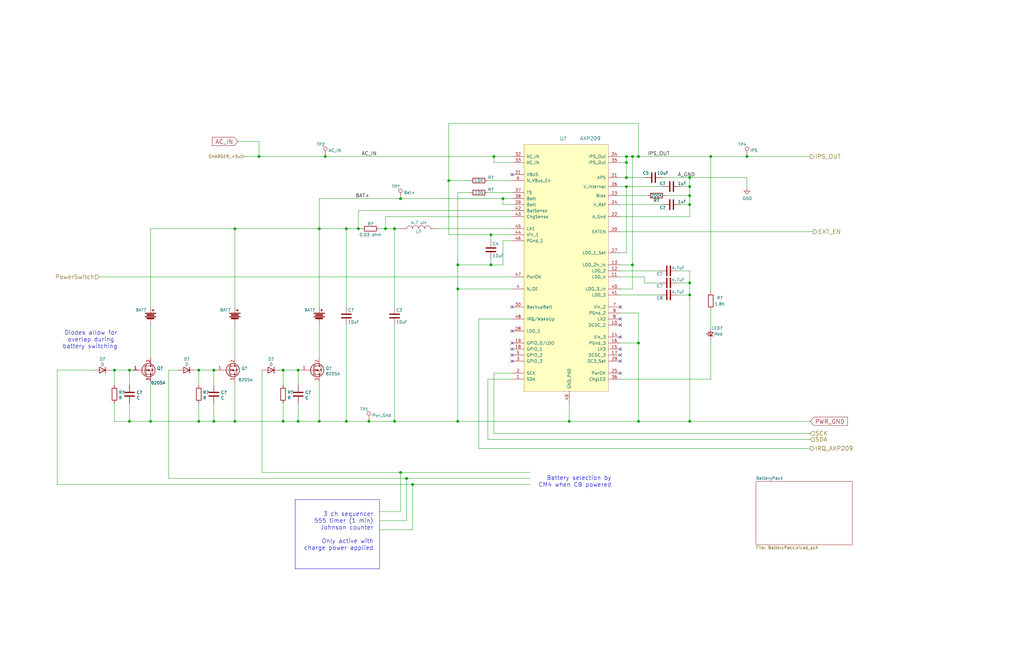
<source format=kicad_sch>
(kicad_sch (version 20210406) (generator eeschema)
  (paper "USLedger")
  (title_block (title "ConnectBox HAT using RPi CM4") (date "2021-06-13") (rev "1.2") (comment 1 "JRA"))
  (lib_symbols
    (symbol "Connector:TestPoint" (pin_numbers hide) (pin_names (offset 0.762) hide)
      (property "Reference" "TP" (at 0 6.858 0))
      (property "Value" "TestPoint" (at 0 5.08 0))
      (symbol "TestPoint_0_1"
        (circle (center 0 3.302) (radius 0.762))
      )
      (symbol "TestPoint_1_1"
        (pin passive line (at 0 0 90) (length 2.54) (name "1") (number "1"))
      )
    )
    (symbol "CustomComponents:Battery_multi_cell" (pin_numbers hide) (pin_names (offset 0))
      (property "Reference" "BT" (at 2.54 1.27 0))
      (property "Value" "Battery_multi_cell" (at 2.54 -1.27 0))
      (symbol "Battery_multi_cell_0_1"
        (rectangle (start -2.286 -0.1778) (end 2.286 -0.4318) (fill (type outline)))
        (rectangle (start -2.286 1.27) (end 2.286 1.016) (fill (type outline)))
        (rectangle (start -1.5748 -0.762) (end 1.4732 -1.27) (fill (type outline)))
        (rectangle (start -1.5748 0.6858) (end 1.4732 0.1778) (fill (type outline)))
        (polyline (pts (xy 0.508 2.413) (xy 1.524 2.413)) (stroke (width 0.254)))
        (polyline (pts (xy 1.016 2.921) (xy 1.016 1.905)) (stroke (width 0.254)))
      )
      (symbol "Battery_multi_cell_1_1"
        (pin passive line (at 0 3.81 270) (length 2.54) (name "~") (number "1"))
        (pin passive line (at 0 -3.81 90) (length 2.54) (name "~") (number "2"))
      )
    )
    (symbol "CustomComponents:INDUCTOR-1" (pin_numbers hide) (pin_names (offset 1.016) hide)
      (property "Reference" "L" (at -1.27 0 90))
      (property "Value" "INDUCTOR-1" (at 2.54 0 90))
      (symbol "INDUCTOR-1_0_1"
        (arc (start 0.0254 -5.0546) (end 0.0254 -2.54) (radius (at 0 -3.81) (length 1.27) (angles -88.9 88.9)))
        (arc (start 0.0254 -2.5146) (end 0.0254 0.0508) (radius (at 0 -1.2446) (length 1.2954) (angles -88.9 88.9)))
        (arc (start 0.0254 0.0254) (end 0.0254 2.5908) (radius (at 0 1.2954) (length 1.2954) (angles -88.9 88.9)))
        (arc (start 0.0254 2.5654) (end 0.0254 4.9784) (radius (at 0 3.7592) (length 1.2192) (angles -88.9 88.9)))
      )
      (symbol "INDUCTOR-1_1_1"
        (pin passive line (at 0 7.62 270) (length 2.54) (name "1") (number "1"))
        (pin passive line (at 0 -7.62 90) (length 2.54) (name "2") (number "2"))
      )
    )
    (symbol "Custom_1:AXP209" (pin_names (offset 1.016))
      (property "Reference" "U" (at -6.35 40.64 0))
      (property "Value" "AXP209" (at 5.08 40.64 0))
      (symbol "AXP209_0_1"
        (rectangle (start -22.86 38.1) (end 12.7 -66.04) (stroke (width 0.0254)) (fill (type background)))
      )
      (symbol "AXP209_1_1"
        (pin input line (at -27.94 -60.96 0) (length 5.08) (name "SDA") (number "1"))
        (pin input line (at 17.78 -38.1 180) (length 5.08) (name "DCDC_2") (number "10"))
        (pin input line (at 17.78 -17.78 180) (length 5.08) (name "LDO_4") (number "11"))
        (pin input line (at 17.78 -15.24 180) (length 5.08) (name "LDO_2") (number "12"))
        (pin input line (at 17.78 -12.7 180) (length 5.08) (name "LDO_24_In") (number "13"))
        (pin input line (at 17.78 -43.18 180) (length 5.08) (name "Vin_3") (number "14"))
        (pin input line (at 17.78 -48.26 180) (length 5.08) (name "LX3") (number "15"))
        (pin input line (at 17.78 -45.72 180) (length 5.08) (name "PGnd_3") (number "16"))
        (pin input line (at 17.78 -50.8 180) (length 5.08) (name "DCDC_3") (number "17"))
        (pin input line (at -27.94 -48.26 0) (length 5.08) (name "GPIO_1") (number "18"))
        (pin input line (at -27.94 -45.72 0) (length 5.08) (name "GPIO_0/LDO") (number "19"))
        (pin input line (at -27.94 -58.42 0) (length 5.08) (name "SCK") (number "2"))
        (pin output line (at 17.78 1.27 180) (length 5.08) (name "EXTEN") (number "20"))
        (pin input line (at 17.78 24.13 180) (length 5.08) (name "APS") (number "21"))
        (pin input line (at 17.78 7.62 180) (length 5.08) (name "A_Gnd") (number "22"))
        (pin input line (at 17.78 16.51 180) (length 5.08) (name "Bias") (number "23"))
        (pin input line (at 17.78 12.7 180) (length 5.08) (name "V_Ref") (number "24"))
        (pin input line (at 17.78 -58.42 180) (length 5.08) (name "PwrOK") (number "25"))
        (pin input line (at 17.78 20.32 180) (length 5.08) (name "V_Internal") (number "26"))
        (pin input line (at 17.78 -7.62 180) (length 5.08) (name "LDO_1_Set") (number "27"))
        (pin input line (at -27.94 -40.64 0) (length 5.08) (name "LDO_1") (number "28"))
        (pin input line (at 17.78 -53.34 180) (length 5.08) (name "DC3_Set") (number "29"))
        (pin input line (at -27.94 -53.34 0) (length 5.08) (name "GPIO_3") (number "3"))
        (pin input line (at -27.94 -30.48 0) (length 5.08) (name "BackupBatt") (number "30"))
        (pin input line (at -27.94 25.4 0) (length 5.08) (name "VBUS") (number "31"))
        (pin input line (at -27.94 33.02 0) (length 5.08) (name "AC_IN") (number "32"))
        (pin input line (at -27.94 30.48 0) (length 5.08) (name "AC_IN") (number "33"))
        (pin input line (at 17.78 33.02 180) (length 5.08) (name "IPS_Out") (number "34"))
        (pin input line (at 17.78 30.48 180) (length 5.08) (name "IPS_Out") (number "35"))
        (pin input line (at 17.78 -60.96 180) (length 5.08) (name "ChgLED") (number "36"))
        (pin input line (at -27.94 17.78 0) (length 5.08) (name "TS") (number "37"))
        (pin input line (at -27.94 15.24 0) (length 5.08) (name "Batt") (number "38"))
        (pin input line (at -27.94 12.7 0) (length 5.08) (name "Batt") (number "39"))
        (pin input line (at -27.94 -22.86 0) (length 5.08) (name "N_OE") (number "4"))
        (pin input line (at 17.78 -22.86 180) (length 5.08) (name "LDO_3_In") (number "40"))
        (pin input line (at 17.78 -25.4 180) (length 5.08) (name "LDO_3") (number "41"))
        (pin input line (at -27.94 10.16 0) (length 5.08) (name "BatSense") (number "42"))
        (pin input line (at -27.94 7.62 0) (length 5.08) (name "ChgSense") (number "43"))
        (pin input line (at -27.94 0 0) (length 5.08) (name "Vin_1") (number "44"))
        (pin input line (at -27.94 2.54 0) (length 5.08) (name "LX1") (number "45"))
        (pin input line (at -27.94 -2.54 0) (length 5.08) (name "PGnd_1") (number "46"))
        (pin input line (at -27.94 -17.78 0) (length 5.08) (name "PwrON") (number "47"))
        (pin input line (at -27.94 -35.56 0) (length 5.08) (name "IRQ/WakeUp") (number "48"))
        (pin input line (at -3.81 -71.12 90) (length 5.08) (name "GND_PAD") (number "49"))
        (pin input line (at -27.94 -50.8 0) (length 5.08) (name "GPIO_2") (number "5"))
        (pin input line (at -27.94 22.86 0) (length 5.08) (name "N_VBus_En") (number "6"))
        (pin input line (at 17.78 -30.48 180) (length 5.08) (name "Vin_2") (number "7"))
        (pin input line (at 17.78 -35.56 180) (length 5.08) (name "LX2") (number "8"))
        (pin input line (at 17.78 -33.02 180) (length 5.08) (name "PGnd_2") (number "9"))
      )
    )
    (symbol "Device:C" (pin_numbers hide) (pin_names (offset 0.254))
      (property "Reference" "C" (at 0.635 2.54 0))
      (property "Value" "C" (at 0.635 -2.54 0))
      (symbol "C_0_1"
        (polyline (pts (xy -2.032 -0.762) (xy 2.032 -0.762)) (stroke (width 0.508)))
        (polyline (pts (xy -2.032 0.762) (xy 2.032 0.762)) (stroke (width 0.508)))
      )
      (symbol "C_1_1"
        (pin passive line (at 0 3.81 270) (length 2.794) (name "~") (number "1"))
        (pin passive line (at 0 -3.81 90) (length 2.794) (name "~") (number "2"))
      )
    )
    (symbol "Device:D" (pin_numbers hide) (pin_names (offset 1.016) hide)
      (property "Reference" "D" (at 0 2.54 0))
      (property "Value" "D" (at 0 -2.54 0))
      (symbol "D_0_1"
        (polyline (pts (xy -1.27 1.27) (xy -1.27 -1.27)) (stroke (width 0.254)))
        (polyline (pts (xy 1.27 0) (xy -1.27 0)))
        (polyline (pts (xy 1.27 1.27) (xy 1.27 -1.27) (xy -1.27 0) (xy 1.27 1.27)) (stroke (width 0.254)))
      )
      (symbol "D_1_1"
        (pin passive line (at -3.81 0 0) (length 2.54) (name "K") (number "1"))
        (pin passive line (at 3.81 0 180) (length 2.54) (name "A") (number "2"))
      )
    )
    (symbol "Device:LED_Small" (pin_numbers hide) (pin_names (offset 0.254) hide)
      (property "Reference" "D" (at -1.27 3.175 0))
      (property "Value" "LED_Small" (at -4.445 -2.54 0))
      (symbol "LED_Small_0_1"
        (polyline (pts (xy -0.762 -1.016) (xy -0.762 1.016)) (stroke (width 0.254)))
        (polyline (pts (xy 1.016 0) (xy -0.762 0)))
        (polyline (pts (xy 0.762 -1.016) (xy -0.762 0) (xy 0.762 1.016) (xy 0.762 -1.016)) (stroke (width 0.254)))
        (polyline (pts (xy 0 0.762) (xy -0.508 1.27) (xy -0.254 1.27) (xy -0.508 1.27) (xy -0.508 1.016)))
        (polyline (pts (xy 0.508 1.27) (xy 0 1.778) (xy 0.254 1.778) (xy 0 1.778) (xy 0 1.524)))
      )
      (symbol "LED_Small_1_1"
        (pin passive line (at -2.54 0 0) (length 1.778) (name "K") (number "1"))
        (pin passive line (at 2.54 0 180) (length 1.778) (name "A") (number "2"))
      )
    )
    (symbol "Device:R" (pin_numbers hide) (pin_names (offset 0))
      (property "Reference" "R" (at 2.032 0 90))
      (property "Value" "R" (at 0 0 90))
      (symbol "R_0_1"
        (rectangle (start -1.016 -2.54) (end 1.016 2.54) (stroke (width 0.254)))
      )
      (symbol "R_1_1"
        (pin passive line (at 0 3.81 270) (length 1.27) (name "~") (number "1"))
        (pin passive line (at 0 -3.81 90) (length 1.27) (name "~") (number "2"))
      )
    )
    (symbol "Transistor_FET:BUK7880-55A" (pin_names hide)
      (property "Reference" "Q" (at 5.08 1.905 0))
      (property "Value" "BUK7880-55A" (at 5.08 0 0))
      (symbol "BUK7880-55A_0_1"
        (circle (center 1.651 0) (radius 2.794) (stroke (width 0.254)))
        (circle (center 2.54 -1.778) (radius 0.254) (fill (type outline)))
        (circle (center 2.54 1.778) (radius 0.254) (fill (type outline)))
        (polyline (pts (xy 0.254 0) (xy -2.54 0)))
        (polyline (pts (xy 0.254 1.905) (xy 0.254 -1.905)) (stroke (width 0.254)))
        (polyline (pts (xy 0.762 -1.27) (xy 0.762 -2.286)) (stroke (width 0.254)))
        (polyline (pts (xy 0.762 0.508) (xy 0.762 -0.508)) (stroke (width 0.254)))
        (polyline (pts (xy 0.762 2.286) (xy 0.762 1.27)) (stroke (width 0.254)))
        (polyline (pts (xy 2.54 2.54) (xy 2.54 1.778)))
        (polyline (pts (xy 2.54 -2.54) (xy 2.54 0) (xy 0.762 0)))
        (polyline (pts (xy 0.762 -1.778) (xy 3.302 -1.778) (xy 3.302 1.778) (xy 0.762 1.778)))
        (polyline (pts (xy 2.794 0.508) (xy 2.921 0.381) (xy 3.683 0.381) (xy 3.81 0.254)))
        (polyline (pts (xy 3.302 0.381) (xy 2.921 -0.254) (xy 3.683 -0.254) (xy 3.302 0.381)))
        (polyline (pts (xy 1.016 0) (xy 2.032 0.381) (xy 2.032 -0.381) (xy 1.016 0)) (fill (type outline)))
      )
      (symbol "BUK7880-55A_1_1"
        (pin input line (at -5.08 0 0) (length 2.54) (name "G") (number "1"))
        (pin passive line (at 2.54 5.08 270) (length 2.54) (name "D") (number "2"))
        (pin passive line (at 2.54 -5.08 90) (length 2.54) (name "S") (number "3"))
      )
    )
    (symbol "power:GND" (power) (pin_names (offset 0))
      (property "Value" "GND" (at 0 -3.81 0))
      (symbol "GND_0_1"
        (polyline (pts (xy 0 0) (xy 0 -1.27) (xy 1.27 -1.27) (xy 0 -2.54) (xy -1.27 -1.27) (xy 0 -1.27)))
      )
      (symbol "GND_1_1"
        (pin power_in line (at 0 0 270) (length 0) hide (name "GND") (number "1"))
      )
    )
  )
  (junction (at 48.26 156.21) (diameter 1.016))
  (junction (at 54.61 156.21) (diameter 1.016))
  (junction (at 54.61 177.8) (diameter 1.016))
  (junction (at 63.5 177.8) (diameter 1.016))
  (junction (at 83.82 156.21) (diameter 1.016))
  (junction (at 83.82 177.8) (diameter 1.016))
  (junction (at 90.17 156.21) (diameter 1.016))
  (junction (at 90.17 177.8) (diameter 1.016))
  (junction (at 99.06 96.52) (diameter 1.016))
  (junction (at 99.06 177.8) (diameter 1.016))
  (junction (at 109.22 66.04) (diameter 1.016))
  (junction (at 119.38 156.21) (diameter 1.016))
  (junction (at 119.38 177.8) (diameter 1.016))
  (junction (at 125.73 156.21) (diameter 1.016))
  (junction (at 125.73 177.8) (diameter 1.016))
  (junction (at 134.62 96.52) (diameter 1.016))
  (junction (at 134.62 177.8) (diameter 1.016))
  (junction (at 137.16 66.04) (diameter 1.016))
  (junction (at 146.05 96.52) (diameter 1.016))
  (junction (at 146.05 177.8) (diameter 1.016))
  (junction (at 151.13 96.52) (diameter 1.016))
  (junction (at 155.575 177.8) (diameter 1.016))
  (junction (at 162.56 96.52) (diameter 1.016))
  (junction (at 166.37 96.52) (diameter 1.016))
  (junction (at 166.37 177.8) (diameter 1.016))
  (junction (at 168.91 83.82) (diameter 1.016))
  (junction (at 168.91 199.39) (diameter 1.016))
  (junction (at 171.45 201.93) (diameter 1.016))
  (junction (at 173.99 204.47) (diameter 1.016))
  (junction (at 189.23 76.2) (diameter 1.016))
  (junction (at 193.04 111.76) (diameter 1.016))
  (junction (at 193.04 121.92) (diameter 1.016))
  (junction (at 193.04 177.8) (diameter 1.016))
  (junction (at 207.01 99.06) (diameter 1.016))
  (junction (at 207.01 111.76) (diameter 1.016))
  (junction (at 208.28 66.04) (diameter 1.016))
  (junction (at 212.09 83.82) (diameter 1.016))
  (junction (at 240.03 177.8) (diameter 1.016))
  (junction (at 264.16 66.04) (diameter 1.016))
  (junction (at 264.16 68.58) (diameter 1.016))
  (junction (at 264.16 74.93) (diameter 1.016))
  (junction (at 264.16 78.74) (diameter 1.016))
  (junction (at 266.7 66.04) (diameter 1.016))
  (junction (at 266.7 111.76) (diameter 1.016))
  (junction (at 269.24 66.04) (diameter 1.016))
  (junction (at 269.24 144.78) (diameter 1.016))
  (junction (at 269.24 177.8) (diameter 1.016))
  (junction (at 290.83 74.93) (diameter 1.016))
  (junction (at 290.83 78.74) (diameter 1.016))
  (junction (at 290.83 82.55) (diameter 1.016))
  (junction (at 290.83 86.36) (diameter 1.016))
  (junction (at 290.83 119.38) (diameter 1.016))
  (junction (at 290.83 124.46) (diameter 1.016))
  (junction (at 290.83 177.8) (diameter 1.016))
  (junction (at 299.72 66.04) (diameter 1.016))
  (junction (at 314.96 66.04) (diameter 1.016))
  (no_connect (at 215.9 73.66))
  (no_connect (at 215.9 129.54))
  (no_connect (at 215.9 139.7))
  (no_connect (at 215.9 144.78))
  (no_connect (at 215.9 147.32))
  (no_connect (at 215.9 149.86))
  (no_connect (at 215.9 152.4))
  (no_connect (at 261.62 129.54))
  (no_connect (at 261.62 134.62))
  (no_connect (at 261.62 137.16))
  (no_connect (at 261.62 142.24))
  (no_connect (at 261.62 147.32))
  (no_connect (at 261.62 149.86))
  (no_connect (at 261.62 152.4))
  (no_connect (at 261.62 157.48))
  (wire (pts (xy 24.13 156.21) (xy 24.13 204.47)))
  (wire (pts (xy 24.13 204.47) (xy 173.99 204.47)))
  (wire (pts (xy 39.37 156.21) (xy 24.13 156.21)))
  (wire (pts (xy 46.99 156.21) (xy 48.26 156.21)))
  (wire (pts (xy 48.26 156.21) (xy 48.26 162.56)))
  (wire (pts (xy 48.26 170.18) (xy 48.26 177.8)))
  (wire (pts (xy 48.26 177.8) (xy 54.61 177.8)))
  (wire (pts (xy 54.61 156.21) (xy 48.26 156.21)))
  (wire (pts (xy 54.61 156.21) (xy 54.61 162.56)))
  (wire (pts (xy 54.61 170.18) (xy 54.61 177.8)))
  (wire (pts (xy 54.61 177.8) (xy 63.5 177.8)))
  (wire (pts (xy 55.88 156.21) (xy 54.61 156.21)))
  (wire (pts (xy 63.5 96.52) (xy 63.5 129.54)))
  (wire (pts (xy 63.5 137.16) (xy 63.5 151.13)))
  (wire (pts (xy 63.5 161.29) (xy 63.5 177.8)))
  (wire (pts (xy 63.5 177.8) (xy 83.82 177.8)))
  (wire (pts (xy 71.12 156.21) (xy 71.12 201.93)))
  (wire (pts (xy 71.12 201.93) (xy 171.45 201.93)))
  (wire (pts (xy 74.93 156.21) (xy 71.12 156.21)))
  (wire (pts (xy 82.55 156.21) (xy 83.82 156.21)))
  (wire (pts (xy 83.82 156.21) (xy 83.82 162.56)))
  (wire (pts (xy 83.82 170.18) (xy 83.82 177.8)))
  (wire (pts (xy 83.82 177.8) (xy 90.17 177.8)))
  (wire (pts (xy 90.17 156.21) (xy 83.82 156.21)))
  (wire (pts (xy 90.17 156.21) (xy 90.17 162.56)))
  (wire (pts (xy 90.17 170.18) (xy 90.17 177.8)))
  (wire (pts (xy 90.17 177.8) (xy 99.06 177.8)))
  (wire (pts (xy 91.44 156.21) (xy 90.17 156.21)))
  (wire (pts (xy 99.06 96.52) (xy 63.5 96.52)))
  (wire (pts (xy 99.06 96.52) (xy 99.06 129.54)))
  (wire (pts (xy 99.06 137.16) (xy 99.06 151.13)))
  (wire (pts (xy 99.06 161.29) (xy 99.06 177.8)))
  (wire (pts (xy 99.06 177.8) (xy 119.38 177.8)))
  (wire (pts (xy 100.33 59.69) (xy 109.22 59.69)))
  (wire (pts (xy 102.87 66.04) (xy 109.22 66.04)))
  (wire (pts (xy 109.22 59.69) (xy 109.22 66.04)))
  (wire (pts (xy 109.22 66.04) (xy 137.16 66.04)))
  (wire (pts (xy 110.49 156.21) (xy 110.49 199.39)))
  (wire (pts (xy 110.49 199.39) (xy 168.91 199.39)))
  (wire (pts (xy 118.11 156.21) (xy 119.38 156.21)))
  (wire (pts (xy 119.38 156.21) (xy 119.38 162.56)))
  (wire (pts (xy 119.38 170.18) (xy 119.38 177.8)))
  (wire (pts (xy 119.38 177.8) (xy 125.73 177.8)))
  (wire (pts (xy 125.73 156.21) (xy 119.38 156.21)))
  (wire (pts (xy 125.73 156.21) (xy 125.73 162.56)))
  (wire (pts (xy 125.73 170.18) (xy 125.73 177.8)))
  (wire (pts (xy 125.73 177.8) (xy 134.62 177.8)))
  (wire (pts (xy 127 156.21) (xy 125.73 156.21)))
  (wire (pts (xy 134.62 83.82) (xy 134.62 96.52)))
  (wire (pts (xy 134.62 83.82) (xy 168.91 83.82)))
  (wire (pts (xy 134.62 96.52) (xy 99.06 96.52)))
  (wire (pts (xy 134.62 96.52) (xy 134.62 129.54)))
  (wire (pts (xy 134.62 96.52) (xy 146.05 96.52)))
  (wire (pts (xy 134.62 137.16) (xy 134.62 151.13)))
  (wire (pts (xy 134.62 161.29) (xy 134.62 177.8)))
  (wire (pts (xy 137.16 66.04) (xy 208.28 66.04)))
  (wire (pts (xy 146.05 96.52) (xy 151.13 96.52)))
  (wire (pts (xy 146.05 129.54) (xy 146.05 96.52)))
  (wire (pts (xy 146.05 137.16) (xy 146.05 177.8)))
  (wire (pts (xy 146.05 177.8) (xy 134.62 177.8)))
  (wire (pts (xy 151.13 88.9) (xy 215.9 88.9)))
  (wire (pts (xy 151.13 96.52) (xy 151.13 88.9)))
  (wire (pts (xy 151.13 96.52) (xy 152.4 96.52)))
  (wire (pts (xy 155.575 177.8) (xy 146.05 177.8)))
  (wire (pts (xy 160.02 96.52) (xy 162.56 96.52)))
  (wire (pts (xy 160.02 215.9) (xy 168.91 215.9)))
  (wire (pts (xy 160.02 219.71) (xy 171.45 219.71)))
  (wire (pts (xy 160.02 223.52) (xy 173.99 223.52)))
  (wire (pts (xy 162.56 91.44) (xy 162.56 96.52)))
  (wire (pts (xy 162.56 96.52) (xy 166.37 96.52)))
  (wire (pts (xy 166.37 96.52) (xy 166.37 129.54)))
  (wire (pts (xy 166.37 96.52) (xy 168.91 96.52)))
  (wire (pts (xy 166.37 177.8) (xy 155.575 177.8)))
  (wire (pts (xy 166.37 177.8) (xy 166.37 137.16)))
  (wire (pts (xy 166.37 177.8) (xy 193.04 177.8)))
  (wire (pts (xy 168.91 83.82) (xy 212.09 83.82)))
  (wire (pts (xy 168.91 199.39) (xy 223.52 199.39)))
  (wire (pts (xy 168.91 215.9) (xy 168.91 199.39)))
  (wire (pts (xy 171.45 201.93) (xy 223.52 201.93)))
  (wire (pts (xy 171.45 219.71) (xy 171.45 201.93)))
  (wire (pts (xy 173.99 204.47) (xy 223.52 204.47)))
  (wire (pts (xy 173.99 223.52) (xy 173.99 204.47)))
  (wire (pts (xy 184.15 96.52) (xy 215.9 96.52)))
  (wire (pts (xy 189.23 52.07) (xy 189.23 76.2)))
  (wire (pts (xy 189.23 52.07) (xy 269.24 52.07)))
  (wire (pts (xy 189.23 76.2) (xy 189.23 99.06)))
  (wire (pts (xy 189.23 99.06) (xy 207.01 99.06)))
  (wire (pts (xy 193.04 81.28) (xy 193.04 111.76)))
  (wire (pts (xy 193.04 111.76) (xy 193.04 121.92)))
  (wire (pts (xy 193.04 121.92) (xy 193.04 177.8)))
  (wire (pts (xy 193.04 121.92) (xy 215.9 121.92)))
  (wire (pts (xy 193.04 177.8) (xy 240.03 177.8)))
  (wire (pts (xy 198.12 76.2) (xy 189.23 76.2)))
  (wire (pts (xy 198.12 81.28) (xy 193.04 81.28)))
  (wire (pts (xy 201.93 134.62) (xy 201.93 189.23)))
  (wire (pts (xy 205.74 76.2) (xy 215.9 76.2)))
  (wire (pts (xy 205.74 81.28) (xy 215.9 81.28)))
  (wire (pts (xy 205.74 160.02) (xy 215.9 160.02)))
  (wire (pts (xy 205.74 185.42) (xy 205.74 160.02)))
  (wire (pts (xy 207.01 99.06) (xy 215.9 99.06)))
  (wire (pts (xy 207.01 101.6) (xy 207.01 99.06)))
  (wire (pts (xy 207.01 111.76) (xy 193.04 111.76)))
  (wire (pts (xy 207.01 111.76) (xy 207.01 109.22)))
  (wire (pts (xy 208.28 66.04) (xy 215.9 66.04)))
  (wire (pts (xy 208.28 68.58) (xy 208.28 66.04)))
  (wire (pts (xy 208.28 157.48) (xy 208.28 182.88)))
  (wire (pts (xy 208.28 182.88) (xy 341.63 182.88)))
  (wire (pts (xy 212.09 83.82) (xy 212.09 86.36)))
  (wire (pts (xy 212.09 83.82) (xy 215.9 83.82)))
  (wire (pts (xy 212.09 86.36) (xy 215.9 86.36)))
  (wire (pts (xy 212.09 101.6) (xy 212.09 111.76)))
  (wire (pts (xy 212.09 111.76) (xy 207.01 111.76)))
  (wire (pts (xy 215.9 68.58) (xy 208.28 68.58)))
  (wire (pts (xy 215.9 91.44) (xy 162.56 91.44)))
  (wire (pts (xy 215.9 101.6) (xy 212.09 101.6)))
  (wire (pts (xy 215.9 116.84) (xy 41.91 116.84)))
  (wire (pts (xy 215.9 134.62) (xy 201.93 134.62)))
  (wire (pts (xy 215.9 157.48) (xy 208.28 157.48)))
  (wire (pts (xy 240.03 177.8) (xy 240.03 170.18)))
  (wire (pts (xy 261.62 68.58) (xy 264.16 68.58)))
  (wire (pts (xy 261.62 74.93) (xy 264.16 74.93)))
  (wire (pts (xy 261.62 78.74) (xy 264.16 78.74)))
  (wire (pts (xy 261.62 82.55) (xy 273.05 82.55)))
  (wire (pts (xy 261.62 91.44) (xy 290.83 91.44)))
  (wire (pts (xy 261.62 97.79) (xy 342.9 97.79)))
  (wire (pts (xy 261.62 106.68) (xy 264.16 106.68)))
  (wire (pts (xy 261.62 111.76) (xy 266.7 111.76)))
  (wire (pts (xy 261.62 114.3) (xy 278.13 114.3)))
  (wire (pts (xy 261.62 116.84) (xy 271.78 116.84)))
  (wire (pts (xy 261.62 124.46) (xy 278.13 124.46)))
  (wire (pts (xy 261.62 132.08) (xy 269.24 132.08)))
  (wire (pts (xy 261.62 144.78) (xy 269.24 144.78)))
  (wire (pts (xy 261.62 160.02) (xy 299.72 160.02)))
  (wire (pts (xy 264.16 66.04) (xy 261.62 66.04)))
  (wire (pts (xy 264.16 66.04) (xy 264.16 68.58)))
  (wire (pts (xy 264.16 68.58) (xy 264.16 74.93)))
  (wire (pts (xy 264.16 74.93) (xy 271.78 74.93)))
  (wire (pts (xy 264.16 78.74) (xy 279.4 78.74)))
  (wire (pts (xy 264.16 106.68) (xy 264.16 78.74)))
  (wire (pts (xy 266.7 66.04) (xy 264.16 66.04)))
  (wire (pts (xy 266.7 66.04) (xy 266.7 111.76)))
  (wire (pts (xy 266.7 111.76) (xy 266.7 121.92)))
  (wire (pts (xy 266.7 121.92) (xy 261.62 121.92)))
  (wire (pts (xy 269.24 52.07) (xy 269.24 66.04)))
  (wire (pts (xy 269.24 66.04) (xy 266.7 66.04)))
  (wire (pts (xy 269.24 66.04) (xy 299.72 66.04)))
  (wire (pts (xy 269.24 132.08) (xy 269.24 144.78)))
  (wire (pts (xy 269.24 144.78) (xy 269.24 177.8)))
  (wire (pts (xy 269.24 177.8) (xy 240.03 177.8)))
  (wire (pts (xy 269.24 177.8) (xy 290.83 177.8)))
  (wire (pts (xy 271.78 116.84) (xy 271.78 119.38)))
  (wire (pts (xy 271.78 119.38) (xy 278.13 119.38)))
  (wire (pts (xy 279.4 74.93) (xy 290.83 74.93)))
  (wire (pts (xy 279.4 86.36) (xy 261.62 86.36)))
  (wire (pts (xy 285.75 114.3) (xy 290.83 114.3)))
  (wire (pts (xy 285.75 119.38) (xy 290.83 119.38)))
  (wire (pts (xy 285.75 124.46) (xy 290.83 124.46)))
  (wire (pts (xy 290.83 74.93) (xy 290.83 78.74)))
  (wire (pts (xy 290.83 74.93) (xy 314.96 74.93)))
  (wire (pts (xy 290.83 78.74) (xy 287.02 78.74)))
  (wire (pts (xy 290.83 78.74) (xy 290.83 82.55)))
  (wire (pts (xy 290.83 82.55) (xy 280.67 82.55)))
  (wire (pts (xy 290.83 82.55) (xy 290.83 86.36)))
  (wire (pts (xy 290.83 86.36) (xy 287.02 86.36)))
  (wire (pts (xy 290.83 86.36) (xy 290.83 91.44)))
  (wire (pts (xy 290.83 114.3) (xy 290.83 119.38)))
  (wire (pts (xy 290.83 119.38) (xy 290.83 124.46)))
  (wire (pts (xy 290.83 124.46) (xy 290.83 177.8)))
  (wire (pts (xy 290.83 177.8) (xy 341.63 177.8)))
  (wire (pts (xy 299.72 66.04) (xy 299.72 123.19)))
  (wire (pts (xy 299.72 66.04) (xy 314.96 66.04)))
  (wire (pts (xy 299.72 130.81) (xy 299.72 138.43)))
  (wire (pts (xy 299.72 143.51) (xy 299.72 160.02)))
  (wire (pts (xy 314.96 66.04) (xy 341.63 66.04)))
  (wire (pts (xy 314.96 74.93) (xy 314.96 79.375)))
  (wire (pts (xy 341.63 185.42) (xy 205.74 185.42)))
  (wire (pts (xy 341.63 189.23) (xy 201.93 189.23)))
  (polyline (pts (xy 124.46 210.82) (xy 149.86 210.82)) (stroke (width 0.1524) (type solid)))
  (polyline (pts (xy 124.46 240.03) (xy 124.46 210.82)) (stroke (width 0.1524) (type solid)))
  (polyline (pts (xy 149.86 210.82) (xy 160.02 210.82)) (stroke (width 0.1524) (type solid)))
  (polyline (pts (xy 160.02 210.82) (xy 160.02 240.03)) (stroke (width 0.1524) (type solid)))
  (polyline (pts (xy 160.02 240.03) (xy 124.46 240.03)) (stroke (width 0.1524) (type solid)))
  (text "Diodes allow for\noverlap during \nbattery switching" (at 49.53 147.32 0) (effects (font (size 1.778 1.778)) (justify right bottom)))
  (text "3 ch sequencer\n555 timer (1 min)\nJohnson counter\n\nOnly active with\ncharge power applied" (at 157.48 232.41 0) (effects (font (size 1.778 1.778)) (justify right bottom)))
  (text "Battery selection by\nCM4 when CB powered" (at 257.81 205.74 180) (effects (font (size 1.778 1.778)) (justify right bottom)))
  (label "BAT+" (at 149.86 83.82 0) (effects (font (size 1.524 1.524))))
  (label "AC_IN" (at 152.4 66.04 0) (effects (font (size 1.524 1.524))))
  (label "IPS_OUT" (at 273.05 66.04 0) (effects (font (size 1.524 1.524))))
  (label "A_GND" (at 285.75 74.93 0) (effects (font (size 1.524 1.524))))
  (global_label "AC_IN" (shape input) (at 100.33 59.69 180) (effects (font (size 1.778 1.778))) (property "Intersheet References" "${INTERSHEET_REFS}" (effects hide)))
  (global_label "PWR_GND" (shape input) (at 341.63 177.8 0) (effects (font (size 1.778 1.778))) (property "Intersheet References" "${INTERSHEET_REFS}" (effects hide)))
  (hierarchical_label "PowerSwitch" (shape input) (at 41.91 116.84 180) (effects (font (size 1.778 1.778))))
  (hierarchical_label "CHARGER_+5v" (shape input) (at 102.87 66.04 180))
  (hierarchical_label "IPS_OUT" (shape output) (at 341.63 66.04 0) (effects (font (size 1.778 1.778))))
  (hierarchical_label "SCK" (shape input) (at 341.63 182.88 0) (effects (font (size 1.778 1.778))))
  (hierarchical_label "SDA" (shape input) (at 341.63 185.42 0) (effects (font (size 1.778 1.778))))
  (hierarchical_label "IRQ_AXP209" (shape output) (at 341.63 189.23 0) (effects (font (size 1.778 1.778))))
  (hierarchical_label "EXT_EN" (shape output) (at 342.9 97.79 0) (effects (font (size 1.778 1.778))))
  (symbol (lib_id "Connector:TestPoint") (at 137.16 66.04 0) (unit 1)
    (property "Reference" "TP2" (at 133.35 60.96 0) (effects (justify left)))
    (property "Value" "AC_IN" (at 138.43 63.5 0) (effects (justify left)))
    (property "Footprint" "TestPoint:TestPoint_THTPad_D1.5mm_Drill0.7mm" (effects hide))
  )
  (symbol (lib_id "Connector:TestPoint") (at 155.575 177.8 0) (unit 1)
    (property "Reference" "TP1" (at 151.765 172.72 0) (effects (justify left)))
    (property "Value" "Pwr_Gnd" (at 156.845 175.26 0) (effects (justify left)))
    (property "Footprint" "TestPoint:TestPoint_THTPad_D1.5mm_Drill0.7mm" (effects hide))
  )
  (symbol (lib_id "Connector:TestPoint") (at 168.91 83.82 0) (unit 1)
    (property "Reference" "TP?" (at 165.1 78.74 0) (effects (justify left)))
    (property "Value" "Bat+" (at 170.18 81.28 0) (effects (justify left)))
    (property "Footprint" "TestPoint:TestPoint_THTPad_D1.5mm_Drill0.7mm" (effects hide))
  )
  (symbol (lib_id "Connector:TestPoint") (at 314.96 66.04 0) (unit 1)
    (property "Reference" "TP4" (at 311.15 60.96 0) (effects (justify left)))
    (property "Value" "IPS" (at 316.23 63.5 0) (effects (justify left)))
    (property "Footprint" "TestPoint:TestPoint_THTPad_D1.5mm_Drill0.7mm" (effects hide))
  )
  (symbol (lib_id "power:GND") (at 314.96 79.375 0) (unit 1)
    (property "Reference" "#PWR0101" (effects hide))
    (property "Value" "GND" (at 315.087 83.7692 0))
  )
  (symbol (lib_id "Device:LED_Small") (at 299.72 140.97 90) (unit 1)
    (property "Reference" "LED?" (at 304.8 138.43 90) (effects (justify left)))
    (property "Value" "Red" (at 304.8 140.97 90) (effects (justify left)))
    (property "Footprint" "LED_SMD:LED_0603_1608Metric" (effects hide))
    (property "Manufacturer" "Lite-On Inc." (effects hide))
    (property "Manufacturer P/N" "LTST-C191KRKT" (effects hide))
    (property "Description" "LED RED CLEAR 0603 SMD" (effects hide))
    (property "DigiKey P/N" "160-1447-1-ND" (effects hide))
    (property "Type" "SMD" (effects hide))
  )
  (symbol (lib_id "Device:R") (at 48.26 166.37 0) (unit 1)
    (property "Reference" "R?" (at 50.0381 165.6091 0) (effects (justify left)))
    (property "Value" "R" (at 50.0381 167.9078 0) (effects (justify left)))
  )
  (symbol (lib_id "Device:R") (at 83.82 166.37 0) (unit 1)
    (property "Reference" "R?" (at 85.5981 165.6091 0) (effects (justify left)))
    (property "Value" "R" (at 85.5981 167.9078 0) (effects (justify left)))
  )
  (symbol (lib_id "Device:R") (at 119.38 166.37 0) (unit 1)
    (property "Reference" "R?" (at 121.1581 165.6091 0) (effects (justify left)))
    (property "Value" "R" (at 121.1581 167.9078 0) (effects (justify left)))
  )
  (symbol (lib_id "Device:R") (at 156.21 96.52 90) (unit 1)
    (property "Reference" "R?" (at 156.21 94.488 90))
    (property "Value" "0.03 ohm" (at 156.21 99.06 90))
    (property "Footprint" "Resistor_SMD:R_0805_2012Metric" (effects hide))
    (property "Manufacturer" "Panasonic Electronic Components" (effects hide))
    (property "Manufacturer P/N" "ERJ-6CWFR030V" (effects hide))
    (property "Description" "RES 0.03 OHM 1% 1/2W 0805" (effects hide))
    (property "DigiKey P/N" "P19207CT-ND" (effects hide))
    (property "Type" "SMD" (effects hide))
  )
  (symbol (lib_id "Device:R") (at 201.93 76.2 270) (unit 1)
    (property "Reference" "R?" (at 207.01 74.93 90))
    (property "Value" "10K" (at 201.93 76.2 90))
    (property "Footprint" "Resistor_SMD:R_0603_1608Metric" (effects hide))
    (property "Manufacturer" "Yageo" (effects hide))
    (property "Manufacturer P/N" "RC0603FR-0710KL" (effects hide))
    (property "Description" "RES SMD 10K OHM 1% 1/8W 0603" (effects hide))
    (property "DigiKey P/N" "311-10.0KHRCT-ND" (effects hide))
    (property "Type" "SMD" (effects hide))
  )
  (symbol (lib_id "Device:R") (at 201.93 81.28 270) (unit 1)
    (property "Reference" "R?" (at 207.01 80.01 90))
    (property "Value" "100" (at 201.93 81.28 90))
    (property "Footprint" "Resistor_SMD:R_0603_1608Metric" (effects hide))
    (property "Manufacturer" "Yageo" (effects hide))
    (property "Manufacturer P/N" "RC06-3FR-07100RL" (effects hide))
    (property "Description" "RES SMD 100 OHM 1% 1/8W 0603" (effects hide))
    (property "DigiKey P/N" "311-100HRCT-ND" (effects hide))
    (property "Type" "SMD" (effects hide))
  )
  (symbol (lib_id "Device:R") (at 276.86 82.55 270) (unit 1)
    (property "Reference" "R?" (at 276.86 84.582 90))
    (property "Value" "200K" (at 276.86 82.55 90))
    (property "Footprint" "Resistor_SMD:R_0603_1608Metric" (effects hide))
    (property "Manufacturer" "Yageo" (effects hide))
    (property "Manufacturer P/N" "RC0603FR-07200KL" (effects hide))
    (property "Description" "RES SMD 200K OHM 1% 1/8W 0603" (effects hide))
    (property "DigiKey P/N" "311-200KHRCT-ND" (effects hide))
    (property "Type" "SMD" (effects hide))
  )
  (symbol (lib_id "Device:R") (at 299.72 127 0) (unit 1)
    (property "Reference" "R?" (at 303.53 125.73 0))
    (property "Value" "1.8K" (at 303.53 128.27 0))
    (property "Footprint" "Resistor_SMD:R_0603_1608Metric" (effects hide))
    (property "Manufacturer" "Yageo" (effects hide))
    (property "Manufacturer P/N" "RC0603FR-071K8L" (effects hide))
    (property "Description" "RES SMD 1.8K OHM 1% 1/8W 0603" (effects hide))
    (property "DigiKey P/N" "311-1.80KHRCT-ND" (effects hide))
    (property "Type" "SMD" (effects hide))
  )
  (symbol (lib_id "Device:D") (at 43.18 156.21 180) (unit 1)
    (property "Reference" "D?" (at 43.18 151.5068 0))
    (property "Value" "D" (at 43.18 153.8055 0))
  )
  (symbol (lib_id "Device:D") (at 78.74 156.21 180) (unit 1)
    (property "Reference" "D?" (at 78.74 151.5068 0))
    (property "Value" "D" (at 78.74 153.8055 0))
  )
  (symbol (lib_id "Device:D") (at 114.3 156.21 180) (unit 1)
    (property "Reference" "D?" (at 114.3 151.5068 0))
    (property "Value" "D" (at 114.3 153.8055 0))
  )
  (symbol (lib_id "CustomComponents:INDUCTOR-1") (at 176.53 96.52 90) (unit 1)
    (property "Reference" "L?" (at 176.53 97.79 90))
    (property "Value" "4.7 uH" (at 176.53 93.98 90))
    (property "Footprint" "CustomComponents:INDUCTOR_SMD_6x6-1" (effects hide))
    (property "Manufacturer" "Taiyo Yuden" (effects hide))
    (property "Manufacturer P/N" "NR6028T4R7M" (effects hide))
    (property "Description" "FIXED IND 4.7UH 3A 40.3 MOHM SMD" (effects hide))
    (property "DigiKey P/N" "587-2100-1-ND" (effects hide))
    (property "Type" "SMD" (effects hide))
  )
  (symbol (lib_id "Device:C") (at 54.61 166.37 0) (unit 1)
    (property "Reference" "C?" (at 57.5311 165.6091 0) (effects (justify left)))
    (property "Value" "C" (at 57.5311 167.9078 0) (effects (justify left)))
  )
  (symbol (lib_id "CustomComponents:Battery_multi_cell") (at 63.5 133.35 0) (unit 1)
    (property "Reference" "BAT?" (at 57.15 130.81 0) (effects (justify left)))
    (property "Value" "Molex PicoBlade 53047-0210" (effects hide))
    (property "Footprint" "CustomComponents:Molex PicoBlade 53047-0210 - (swapped pins)" (effects hide))
    (property "Manufacturer" "Molex" (effects hide))
    (property "Manufacturer P/N" "0530470210" (effects hide))
    (property "Description" "CONN HEADER VERT 2POS 1.25MM" (effects hide))
    (property "DigiKey P/N" "WM1731-ND" (effects hide))
    (property "Type" "ThroughHole" (effects hide))
  )
  (symbol (lib_id "Device:C") (at 90.17 166.37 0) (unit 1)
    (property "Reference" "C?" (at 93.0911 165.6091 0) (effects (justify left)))
    (property "Value" "C" (at 93.0911 167.9078 0) (effects (justify left)))
  )
  (symbol (lib_id "CustomComponents:Battery_multi_cell") (at 99.06 133.35 0) (unit 1)
    (property "Reference" "BAT?" (at 92.71 130.81 0) (effects (justify left)))
    (property "Value" "Molex PicoBlade 53047-0210" (effects hide))
    (property "Footprint" "CustomComponents:Molex PicoBlade 53047-0210 - (swapped pins)" (effects hide))
    (property "Manufacturer" "Molex" (effects hide))
    (property "Manufacturer P/N" "0530470210" (effects hide))
    (property "Description" "CONN HEADER VERT 2POS 1.25MM" (effects hide))
    (property "DigiKey P/N" "WM1731-ND" (effects hide))
    (property "Type" "ThroughHole" (effects hide))
  )
  (symbol (lib_id "Device:C") (at 125.73 166.37 0) (unit 1)
    (property "Reference" "C?" (at 128.6511 165.6091 0) (effects (justify left)))
    (property "Value" "C" (at 128.6511 167.9078 0) (effects (justify left)))
  )
  (symbol (lib_id "CustomComponents:Battery_multi_cell") (at 134.62 133.35 0) (unit 1)
    (property "Reference" "BAT?" (at 128.27 130.81 0) (effects (justify left)))
    (property "Value" "Molex PicoBlade 53047-0210" (effects hide))
    (property "Footprint" "CustomComponents:Molex PicoBlade 53047-0210 - (swapped pins)" (effects hide))
    (property "Manufacturer" "Molex" (effects hide))
    (property "Manufacturer P/N" "0530470210" (effects hide))
    (property "Description" "CONN HEADER VERT 2POS 1.25MM" (effects hide))
    (property "DigiKey P/N" "WM1731-ND" (effects hide))
    (property "Type" "ThroughHole" (effects hide))
  )
  (symbol (lib_id "Device:C") (at 146.05 133.35 0) (unit 1)
    (property "Reference" "C?" (at 146.685 130.81 0) (effects (justify left)))
    (property "Value" "10uF" (at 146.685 135.89 0) (effects (justify left)))
    (property "Footprint" "Capacitor_SMD:C_0603_1608Metric" (effects hide))
    (property "Manufacturer" "Samsung Electro-Mechanics" (effects hide))
    (property "Manufacturer P/N" "C0603C106M9PACTU" (effects hide))
    (property "Description" "CAP CER 10UF 6.3V X5R 0603" (effects hide))
    (property "DigiKey P/N" "399-5504-1-ND " (effects hide))
    (property "Type" "SMD" (effects hide))
  )
  (symbol (lib_id "Device:C") (at 166.37 133.35 0) (unit 1)
    (property "Reference" "C3" (at 167.005 130.81 0) (effects (justify left)))
    (property "Value" "10uF" (at 167.005 135.89 0) (effects (justify left)))
    (property "Footprint" "Capacitor_SMD:C_0603_1608Metric" (effects hide))
    (property "Manufacturer" "Samsung Electro-Mechanics" (effects hide))
    (property "Manufacturer P/N" "C0603C106M9PACTU" (effects hide))
    (property "Description" "CAP CER 10UF 6.3V X5R 0603" (effects hide))
    (property "DigiKey P/N" "399-5504-1-ND " (effects hide))
    (property "Type" "SMD" (effects hide))
  )
  (symbol (lib_id "Device:C") (at 207.01 105.41 0) (unit 1)
    (property "Reference" "C4" (at 207.645 102.87 0) (effects (justify left)))
    (property "Value" "10uF" (at 207.645 107.95 0) (effects (justify left)))
    (property "Footprint" "Capacitor_SMD:C_0603_1608Metric" (effects hide))
    (property "Manufacturer" "Samsung Electro-Mechanics" (effects hide))
    (property "Manufacturer P/N" "C0603C106M9PACTU" (effects hide))
    (property "Description" "CAP CER 10UF 6.3V X5R 0603" (effects hide))
    (property "DigiKey P/N" "399-5504-1-ND " (effects hide))
    (property "Type" "SMD" (effects hide))
  )
  (symbol (lib_id "Device:C") (at 275.59 74.93 90) (unit 1)
    (property "Reference" "C5" (at 273.685 73.025 90) (effects (justify left)))
    (property "Value" "10uF" (at 281.94 73.025 90) (effects (justify left)))
    (property "Footprint" "Capacitor_SMD:C_0603_1608Metric" (effects hide))
    (property "Manufacturer" "Samsung Electro-Mechanics" (effects hide))
    (property "Manufacturer P/N" "C0603C106M9PACTU" (effects hide))
    (property "Description" "CAP CER 10UF 6.3V X5R 0603" (effects hide))
    (property "DigiKey P/N" "399-5504-1-ND " (effects hide))
    (property "Type" "SMD" (effects hide))
  )
  (symbol (lib_id "Device:C") (at 281.94 114.3 270) (unit 1)
    (property "Reference" "C?" (at 276.86 115.57 90) (effects (justify left)))
    (property "Value" "4.7uF" (at 283.21 113.03 90) (effects (justify left)))
    (property "Footprint" "Capacitor_SMD:C_0603_1608Metric" (effects hide))
    (property "Manufacturer" "KEMET" (effects hide))
    (property "Manufacturer P/N" "C0603C475K9PACTU" (effects hide))
    (property "Description" "CAP CER 4.7UF 6.3V X5R 0603" (effects hide))
    (property "DigiKey P/N" "399-3482-1-ND" (effects hide))
    (property "Type" "SMD" (effects hide))
  )
  (symbol (lib_id "Device:C") (at 281.94 119.38 270) (unit 1)
    (property "Reference" "C7" (at 276.86 120.65 90) (effects (justify left)))
    (property "Value" "4.7uF" (at 283.21 118.11 90) (effects (justify left)))
    (property "Footprint" "Capacitor_SMD:C_0603_1608Metric" (effects hide))
    (property "Manufacturer" "KEMET" (effects hide))
    (property "Manufacturer P/N" "C0603C475K9PACTU" (effects hide))
    (property "Description" "CAP CER 4.7UF 6.3V X5R 0603" (effects hide))
    (property "DigiKey P/N" "399-3482-1-ND" (effects hide))
    (property "Type" "SMD" (effects hide))
  )
  (symbol (lib_id "Device:C") (at 281.94 124.46 270) (unit 1)
    (property "Reference" "C8" (at 276.86 125.73 90) (effects (justify left)))
    (property "Value" "4.7uF" (at 283.21 123.19 90) (effects (justify left)))
    (property "Footprint" "Capacitor_SMD:C_0603_1608Metric" (effects hide))
    (property "Manufacturer" "KEMET" (effects hide))
    (property "Manufacturer P/N" "C0603C475K9PACTU" (effects hide))
    (property "Description" "CAP CER 4.7UF 6.3V X5R 0603" (effects hide))
    (property "DigiKey P/N" "399-3482-1-ND" (effects hide))
    (property "Type" "SMD" (effects hide))
  )
  (symbol (lib_id "Device:C") (at 283.21 78.74 270) (unit 1)
    (property "Reference" "C?" (at 278.13 77.47 90) (effects (justify left)))
    (property "Value" "1uF" (at 285.75 77.47 90) (effects (justify left)))
    (property "Footprint" "Capacitor_SMD:C_0603_1608Metric" (effects hide))
    (property "Manufacturer" "KEMET" (effects hide))
    (property "Manufacturer P/N" "C0603C105K9PACTU" (effects hide))
    (property "Description" "CAP CER 1UF 6.3V X5R 0603" (effects hide))
    (property "DigiKey P/N" "399-7848-1-ND" (effects hide))
    (property "Type" "SMD" (effects hide))
  )
  (symbol (lib_id "Device:C") (at 283.21 86.36 270) (unit 1)
    (property "Reference" "C?" (at 278.13 87.63 90) (effects (justify left)))
    (property "Value" "1uF" (at 285.75 85.09 90) (effects (justify left)))
    (property "Footprint" "Capacitor_SMD:C_0603_1608Metric" (effects hide))
    (property "Manufacturer" "KEMET" (effects hide))
    (property "Manufacturer P/N" "C0603C105K9PACTU" (effects hide))
    (property "Description" "CAP CER 1UF 6.3V X5R 0603" (effects hide))
    (property "DigiKey P/N" "399-7848-1-ND" (effects hide))
    (property "Type" "SMD" (effects hide))
  )
  (symbol (lib_id "Transistor_FET:BUK7880-55A") (at 60.96 156.21 0) (unit 1)
    (property "Reference" "Q?" (at 66.1671 155.4491 0) (effects (justify left)))
    (property "Value" "8205A " (at 63.6271 161.5578 0) (effects (justify left)))
  )
  (symbol (lib_id "Transistor_FET:BUK7880-55A") (at 96.52 156.21 0) (unit 1)
    (property "Reference" "Q?" (at 101.7271 155.4491 0) (effects (justify left)))
    (property "Value" "8205A " (at 100.4571 160.2878 0) (effects (justify left)))
  )
  (symbol (lib_id "Transistor_FET:BUK7880-55A") (at 132.08 156.21 0) (unit 1)
    (property "Reference" "Q?" (at 137.2871 155.4491 0) (effects (justify left)))
    (property "Value" "8205A " (at 137.2871 157.7478 0) (effects (justify left)))
  )
  (symbol (lib_id "Custom_1:AXP209") (at 243.84 99.06 0) (unit 1)
    (property "Reference" "U?" (at 237.49 58.42 0) (effects (font (size 1.524 1.524))))
    (property "Value" "AXP209" (at 248.92 58.42 0) (effects (font (size 1.524 1.524))))
    (property "Footprint" "CustomComponents:UQFN-48-1EP_6x6mm_Pitch0.4mm_75" (effects hide))
    (property "Manufacturer" "X-Powers" (effects hide))
    (property "Manufacturer P/N" "AXP209" (effects hide))
    (property "Description" "Enhanced single Cell Li-Battery and Power System Management IC" (effects hide))
    (property "DigiKey P/N" "http://www.kynix.com/Detail/120792/AXP209.html" (effects hide))
    (property "Type" "SMD" (effects hide))
  )
  (sheet (at 318.77 203.2) (size 40.64 26.67) (stroke (width 0.0006))
    (property "Sheet name" "BatteryPack" (at 318.77 202.5643 0) (effects (justify left bottom)))
    (property "Sheet file" "BatteryPack.kicad_sch" (at 318.77 230.3787 0) (effects (justify left top)))
  )
)
</source>
